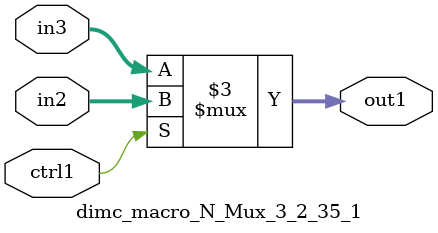
<source format=v>

`timescale 1ps / 1ps


module dimc_macro_N_Mux_3_2_35_1( in3, in2, ctrl1, out1 );

    input [2:0] in3;
    input [2:0] in2;
    input ctrl1;
    output [2:0] out1;
    reg [2:0] out1;

    
    // rtl_process:dimc_macro_N_Mux_3_2_35_1/dimc_macro_N_Mux_3_2_35_1_thread_1
    always @*
      begin : dimc_macro_N_Mux_3_2_35_1_thread_1
        case (ctrl1) 
          1'b1: 
            begin
              out1 = in2;
            end
          default: 
            begin
              out1 = in3;
            end
        endcase
      end

endmodule


</source>
